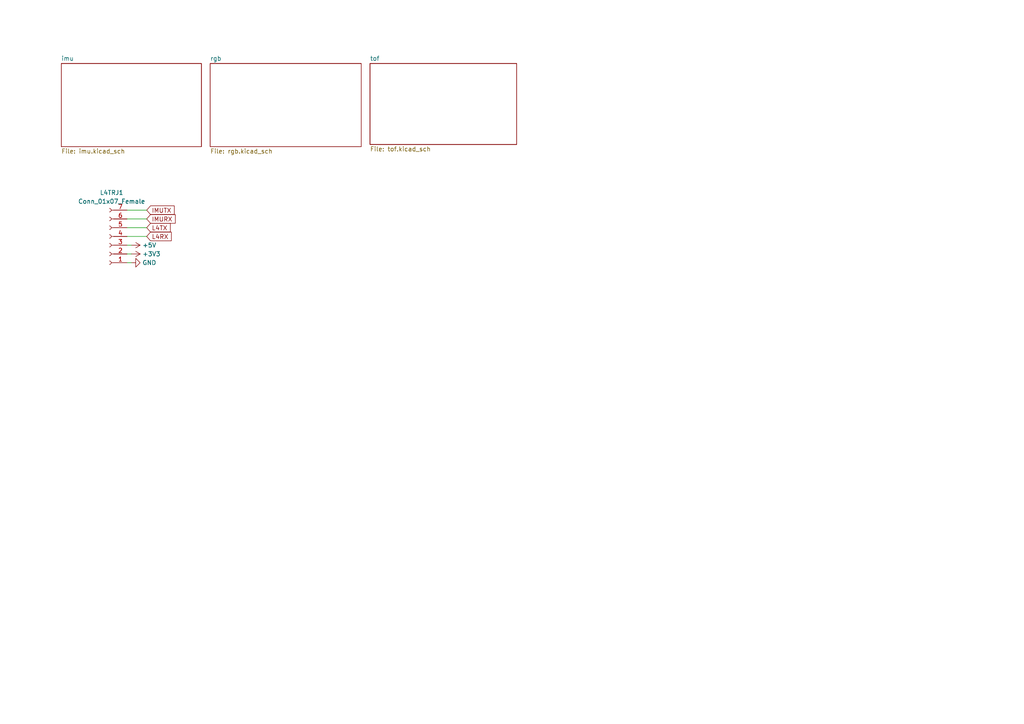
<source format=kicad_sch>
(kicad_sch (version 20211123) (generator eeschema)
  (paper "A4")
  (lib_symbols
    (symbol "Connector:Conn_01x07_Female" (pin_names (offset 1.016) hide)
      (property "Reference" "J" (at 0 10.16 0))
      (property "Value" "Conn_01x07_Female" (at 0 -10.16 0))
      (symbol "Conn_01x07_Female_1_1"
        (arc (start 0 -7.112) (mid -0.508 -7.62) (end 0 -8.128) (stroke (width 0.1524)))
        (arc (start 0 -4.572) (mid -0.508 -5.08) (end 0 -5.588) (stroke (width 0.1524)))
        (arc (start 0 -2.032) (mid -0.508 -2.54) (end 0 -3.048) (stroke (width 0.1524)))
        (polyline (pts (xy -1.27 -7.62) (xy -0.508 -7.62)) (stroke (width 0.1524)))
        (polyline (pts (xy -1.27 -5.08) (xy -0.508 -5.08)) (stroke (width 0.1524)))
        (polyline (pts (xy -1.27 -2.54) (xy -0.508 -2.54)) (stroke (width 0.1524)))
        (polyline (pts (xy -1.27 0) (xy -0.508 0)) (stroke (width 0.1524)))
        (polyline (pts (xy -1.27 2.54) (xy -0.508 2.54)) (stroke (width 0.1524)))
        (polyline (pts (xy -1.27 5.08) (xy -0.508 5.08)) (stroke (width 0.1524)))
        (polyline (pts (xy -1.27 7.62) (xy -0.508 7.62)) (stroke (width 0.1524)))
        (arc (start 0 0.508) (mid -0.508 0) (end 0 -0.508) (stroke (width 0.1524)))
        (arc (start 0 3.048) (mid -0.508 2.54) (end 0 2.032) (stroke (width 0.1524)))
        (arc (start 0 5.588) (mid -0.508 5.08) (end 0 4.572) (stroke (width 0.1524)))
        (arc (start 0 8.128) (mid -0.508 7.62) (end 0 7.112) (stroke (width 0.1524)))
        (pin passive line (at -5.08 7.62 0) (length 3.81) (name "Pin_1") (number "1"))
        (pin passive line (at -5.08 5.08 0) (length 3.81) (name "Pin_2") (number "2"))
        (pin passive line (at -5.08 2.54 0) (length 3.81) (name "Pin_3") (number "3"))
        (pin passive line (at -5.08 0 0) (length 3.81) (name "Pin_4") (number "4"))
        (pin passive line (at -5.08 -2.54 0) (length 3.81) (name "Pin_5") (number "5"))
        (pin passive line (at -5.08 -5.08 0) (length 3.81) (name "Pin_6") (number "6"))
        (pin passive line (at -5.08 -7.62 0) (length 3.81) (name "Pin_7") (number "7"))
      )
    )
    (symbol "power:+3V3" (power) (pin_names (offset 0))
      (property "Value" "+3V3" (at 0 3.556 0))
      (symbol "+3V3_0_1"
        (polyline (pts (xy -0.762 1.27) (xy 0 2.54)))
        (polyline (pts (xy 0 0) (xy 0 2.54)))
        (polyline (pts (xy 0 2.54) (xy 0.762 1.27)))
      )
      (symbol "+3V3_1_1"
        (pin power_in line (at 0 0 90) (length 0) hide (name "+3V3") (number "1"))
      )
    )
    (symbol "power:+5V" (power) (pin_names (offset 0))
      (property "Value" "+5V" (at 0 3.556 0))
      (symbol "+5V_0_1"
        (polyline (pts (xy -0.762 1.27) (xy 0 2.54)))
        (polyline (pts (xy 0 0) (xy 0 2.54)))
        (polyline (pts (xy 0 2.54) (xy 0.762 1.27)))
      )
      (symbol "+5V_1_1"
        (pin power_in line (at 0 0 90) (length 0) hide (name "+5V") (number "1"))
      )
    )
    (symbol "power:GND" (power) (pin_names (offset 0))
      (property "Value" "GND" (at 0 -3.81 0))
      (symbol "GND_0_1"
        (polyline (pts (xy 0 0) (xy 0 -1.27) (xy 1.27 -1.27) (xy 0 -2.54) (xy -1.27 -1.27) (xy 0 -1.27)))
      )
      (symbol "GND_1_1"
        (pin power_in line (at 0 0 270) (length 0) hide (name "GND") (number "1"))
      )
    )
  )
  (wire (pts (xy 36.83 68.58) (xy 42.545 68.58)))
  (wire (pts (xy 36.83 66.04) (xy 42.545 66.04)))
  (wire (pts (xy 36.83 60.96) (xy 42.545 60.96)))
  (wire (pts (xy 36.83 73.66) (xy 38.1 73.66)))
  (wire (pts (xy 36.83 76.2) (xy 38.1 76.2)))
  (wire (pts (xy 36.83 63.5) (xy 42.545 63.5)))
  (wire (pts (xy 36.83 71.12) (xy 38.1 71.12)))
  (global_label "L4RX" (shape input) (at 42.545 68.58 0) (property "Intersheet References" "${INTERSHEET_REFS}" (effects hide)))
  (global_label "L4TX" (shape input) (at 42.545 66.04 0) (property "Intersheet References" "${INTERSHEET_REFS}" (effects hide)))
  (global_label "IMURX" (shape input) (at 42.545 63.5 0) (property "Intersheet References" "${INTERSHEET_REFS}" (effects hide)))
  (global_label "IMUTX" (shape input) (at 42.545 60.96 0) (property "Intersheet References" "${INTERSHEET_REFS}" (effects hide)))
  (symbol (lib_id "power:+5V") (at 38.1 71.12 270) (unit 1)
    (property "Reference" "#PWR0101" (effects hide))
    (property "Value" "+5V" (at 41.275 71.1199 90) (effects (justify left)))
  )
  (symbol (lib_id "Connector:Conn_01x07_Female") (at 31.75 68.58 180) (unit 1)
    (property "Reference" "L4TRJ1" (at 32.385 55.88 0))
    (property "Value" "Conn_01x07_Female" (at 32.385 58.42 0))
    (property "Footprint" "Connector_JST:JST_SH_BM07B-SRSS-TB_1x07-1MP_P1.00mm_Vertical" (effects hide))
  )
  (symbol (lib_id "power:+3V3") (at 38.1 73.66 270) (unit 1)
    (property "Reference" "#PWR0102" (effects hide))
    (property "Value" "+3V3" (at 41.275 73.6599 90) (effects (justify left)))
  )
  (symbol (lib_id "power:GND") (at 38.1 76.2 90) (unit 1)
    (property "Reference" "#PWR0103" (effects hide))
    (property "Value" "GND" (at 41.275 76.1999 90) (effects (justify right)))
  )
  (sheet (at 17.78 18.415) (size 40.64 24.13) (stroke (width 0.1524))
    (property "Sheet name" "imu" (at 17.78 17.7034 0) (effects (justify left bottom)))
    (property "Sheet file" "imu.kicad_sch" (at 17.78 43.1296 0) (effects (justify left top)))
  )
  (sheet (at 107.315 18.415) (size 42.545 23.495) (stroke (width 0.1524))
    (property "Sheet name" "tof" (at 107.315 17.7034 0) (effects (justify left bottom)))
    (property "Sheet file" "tof.kicad_sch" (at 107.315 42.4946 0) (effects (justify left top)))
  )
  (sheet (at 60.96 18.415) (size 43.815 24.13) (stroke (width 0.1524))
    (property "Sheet name" "rgb" (at 60.96 17.7034 0) (effects (justify left bottom)))
    (property "Sheet file" "rgb.kicad_sch" (at 60.96 43.1296 0) (effects (justify left top)))
  )
)
</source>
